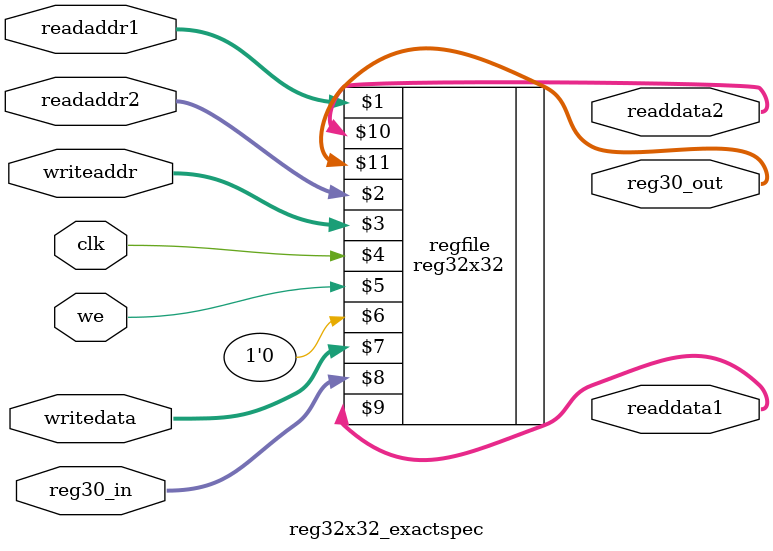
<source format=v>
module reg32x32_exactspec (
		input [4:0] readaddr1, readaddr2, writeaddr,
		input clk, we,
		input [31:0] writedata, reg30_in,
		output reg [31:0] readdata1, readdata2, reg30_out);
		
reg32x32 regfile (readaddr1, readaddr2, writeaddr, clk, we, 1'b0, writedata,
		reg30_in, readdata1, readdata2, reg30_out);

endmodule
</source>
